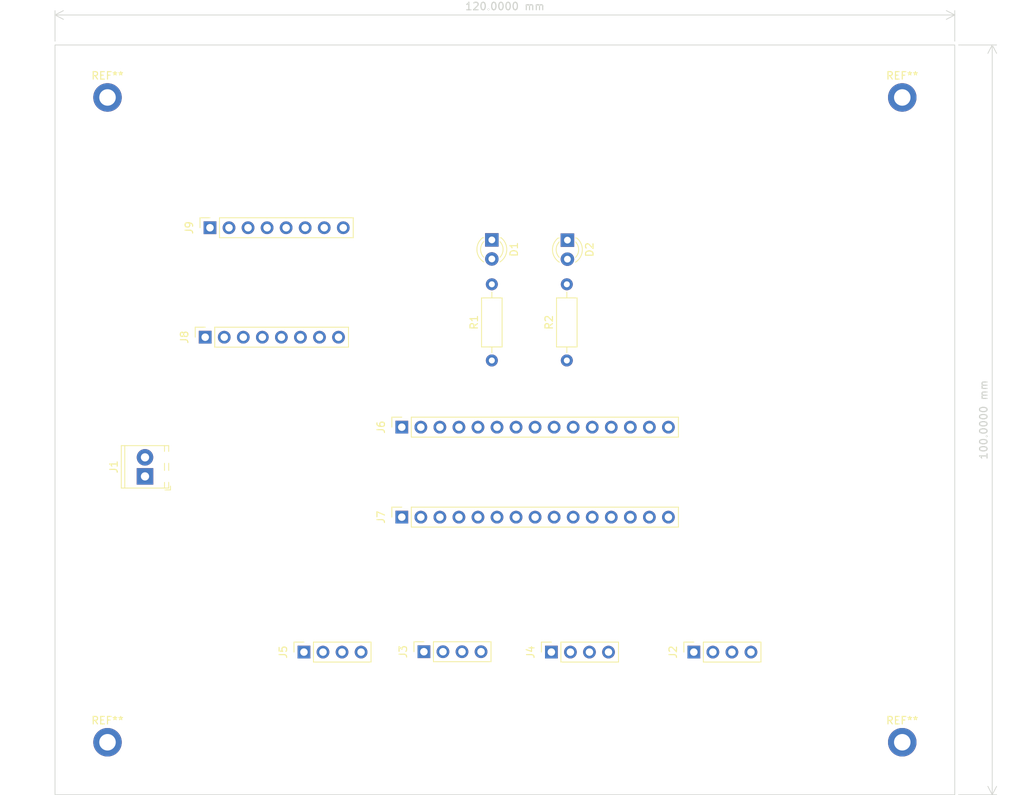
<source format=kicad_pcb>
(kicad_pcb (version 20211014) (generator pcbnew)
  (layers (0 "F.Cu" signal) (31 "B.Cu" signal) (34 "B.Paste" user) (35 "F.Paste" user) (36 "B.SilkS" user "B.Silkscreen") (37 "F.SilkS" user "F.Silkscreen") (38 "B.Mask" user) (39 "F.Mask" user) (44 "Edge.Cuts" user))
  (net 0 "")
  (net 1 "GND")
  (net 2 "Net-(D1-Pad2)")
  (net 3 "Net-(D2-Pad2)")
  (net 4 "+3.3V")
  (net 6 "Net-(J2-Pad4)")
  (net 8 "Net-(J3-Pad4)")
  (net 9 "Net-(J4-Pad3)")
  (net 11 "/SCL")
  (net 12 "/SDA")
  (net 14 "/N_RST")
  (net 15 "+5V")
  (net 25 "/M_TX")
  (net 26 "/M_RX")
  (net 27 "/PU")
  (net 28 "Net-(J7-Pad10)")
  (footprint "Connector_PinSocket_2.54mm:PinSocket_1x04_P2.54mm_Vertical" (layer "F.Cu") (at 133.2 130.975 90)
    (fp_text reference "J5" (at 0 -2.77 90) (layer "F.SilkS"))
    (fp_text value "Conn_01x04")
    (fp_line (start -1.33 8.95) (end 1.33 8.95) (layer "F.SilkS") (width 0.12))
    (fp_line (start 1.33 1.27) (end 1.33 8.95) (layer "F.SilkS") (width 0.12))
    (fp_line (start 0 -1.33) (end 1.33 -1.33) (layer "F.SilkS") (width 0.12))
    (fp_line (start -1.33 1.27) (end -1.33 8.95) (layer "F.SilkS") (width 0.12))
    (fp_line (start -1.33 1.27) (end 1.33 1.27) (layer "F.SilkS") (width 0.12))
    (fp_line (start 1.33 -1.33) (end 1.33 0) (layer "F.SilkS") (width 0.12))
    (pad "1" thru_hole rect (at 0 0 90) (size 1.7 1.7) (drill 1) (layers *.Cu *.Mask) (net 4 "+3.3V"))
    (pad "2" thru_hole oval (at 0 2.54 90) (size 1.7 1.7) (drill 1) (layers *.Cu *.Mask) (net 1 "GND"))
    (pad "3" thru_hole oval (at 0 5.08 90) (size 1.7 1.7) (drill 1) (layers *.Cu *.Mask) (net 11 "/SCL"))
    (pad "4" thru_hole oval (at 0 7.62 90) (size 1.7 1.7) (drill 1) (layers *.Cu *.Mask) (net 12 "/SDA"))
  )
  (footprint "Connector_PinSocket_2.54mm:PinSocket_1x08_P2.54mm_Vertical" (layer "F.Cu") (at 120.03 88.975 90)
    (fp_text reference "J8" (at 0 -2.77 90) (layer "F.SilkS"))
    (fp_text value "Conn_01x08")
    (fp_line (start 1.33 1.27) (end 1.33 19.11) (layer "F.SilkS") (width 0.12))
    (fp_line (start -1.33 1.27) (end -1.33 19.11) (layer "F.SilkS") (width 0.12))
    (fp_line (start 0 -1.33) (end 1.33 -1.33) (layer "F.SilkS") (width 0.12))
    (fp_line (start -1.33 1.27) (end 1.33 1.27) (layer "F.SilkS") (width 0.12))
    (fp_line (start 1.33 -1.33) (end 1.33 0) (layer "F.SilkS") (width 0.12))
    (fp_line (start -1.33 19.11) (end 1.33 19.11) (layer "F.SilkS") (width 0.12))
    (pad "1" thru_hole rect (at 0 0 90) (size 1.7 1.7) (drill 1) (layers *.Cu *.Mask))
    (pad "2" thru_hole oval (at 0 2.54 90) (size 1.7 1.7) (drill 1) (layers *.Cu *.Mask) (net 27 "/PU"))
    (pad "3" thru_hole oval (at 0 5.08 90) (size 1.7 1.7) (drill 1) (layers *.Cu *.Mask))
    (pad "4" thru_hole oval (at 0 7.62 90) (size 1.7 1.7) (drill 1) (layers *.Cu *.Mask))
    (pad "5" thru_hole oval (at 0 10.16 90) (size 1.7 1.7) (drill 1) (layers *.Cu *.Mask))
    (pad "6" thru_hole oval (at 0 12.7 90) (size 1.7 1.7) (drill 1) (layers *.Cu *.Mask))
    (pad "7" thru_hole oval (at 0 15.24 90) (size 1.7 1.7) (drill 1) (layers *.Cu *.Mask) (net 4 "+3.3V"))
    (pad "8" thru_hole oval (at 0 17.78 90) (size 1.7 1.7) (drill 1) (layers *.Cu *.Mask) (net 1 "GND"))
  )
  (footprint "TerminalBlock_Phoenix:TerminalBlock_Phoenix_MPT-0,5-2-2.54_1x02_P2.54mm_Horizontal" (layer "F.Cu") (at 112 107.54 90)
    (fp_text reference "J1" (at 1.27 -4.16 90) (layer "F.SilkS"))
    (fp_text value "Screw_Terminal_01x02")
    (fp_line (start -1.56 -2.7) (end 4.1 -2.7) (layer "F.SilkS") (width 0.12))
    (fp_line (start -1.56 -3.16) (end -1.56 3.16) (layer "F.SilkS") (width 0.12))
    (fp_line (start -1.8 3.4) (end -1.3 3.4) (layer "F.SilkS") (width 0.12))
    (fp_line (start 3.33 2.6) (end 4.1 2.6) (layer "F.SilkS") (width 0.12))
    (fp_line (start -1.56 2.6) (end -0.79 2.6) (layer "F.SilkS") (width 0.12))
    (fp_line (start -1.8 2.66) (end -1.8 3.4) (layer "F.SilkS") (width 0.12))
    (fp_line (start 4.1 -3.16) (end 4.1 3.16) (layer "F.SilkS") (width 0.12))
    (fp_line (start -1.56 -3.16) (end 4.1 -3.16) (layer "F.SilkS") (width 0.12))
    (fp_line (start 0.79 3.16) (end 1.75 3.16) (layer "F.SilkS") (width 0.12))
    (fp_line (start 3.33 3.16) (end 4.1 3.16) (layer "F.SilkS") (width 0.12))
    (fp_line (start 0.79 2.6) (end 1.75 2.6) (layer "F.SilkS") (width 0.12))
    (fp_line (start -1.56 3.16) (end -0.79 3.16) (layer "F.SilkS") (width 0.12))
    (pad "" np_thru_hole circle (at 2.54 2.54 90) (size 1.1 1.1) (drill 1.1) (layers *.Cu *.Mask))
    (pad "" np_thru_hole circle (at 0 2.54 90) (size 1.1 1.1) (drill 1.1) (layers *.Cu *.Mask))
    (pad "1" thru_hole rect (at 0 0 90) (size 2.2 2.2) (drill 1.1) (layers *.Cu *.Mask) (net 4 "+3.3V"))
    (pad "2" thru_hole circle (at 2.54 0 90) (size 2.2 2.2) (drill 1.1) (layers *.Cu *.Mask) (net 1 "GND"))
  )
  (footprint "LED_THT:LED_D3.0mm" (layer "F.Cu") (at 168.34 76.03 -90)
    (fp_text reference "D2" (at 1.27 -2.96 90) (layer "F.SilkS"))
    (fp_text value "LED")
    (fp_line (start -0.29 -1.236) (end -0.29 -1.08) (layer "F.SilkS") (width 0.12))
    (fp_line (start -0.29 1.08) (end -0.29 1.236) (layer "F.SilkS") (width 0.12))
    (fp_arc (start -0.29 -1.235516) (mid 1.366487 -1.987659) (end 2.942335 -1.078608) (layer "F.SilkS") (width 0.12))
    (fp_arc (start 2.31113 1.079837) (mid 1.270117 1.5) (end 0.229039 1.08) (layer "F.SilkS") (width 0.12))
    (fp_arc (start 0.229039 -1.08) (mid 1.270117 -1.5) (end 2.31113 -1.079837) (layer "F.SilkS") (width 0.12))
    (fp_arc (start 2.942335 1.078608) (mid 1.366487 1.987659) (end -0.29 1.235516) (layer "F.SilkS") (width 0.12))
    (pad "1" thru_hole rect (at 0 0 270) (size 1.8 1.8) (drill 0.9) (layers *.Cu *.Mask) (net 1 "GND"))
    (pad "2" thru_hole circle (at 2.54 0 270) (size 1.8 1.8) (drill 0.9) (layers *.Cu *.Mask) (net 3 "Net-(D2-Pad2)"))
  )
  (footprint "Connector_PinSocket_2.54mm:PinSocket_1x15_P2.54mm_Vertical" (layer "F.Cu") (at 146.25 112.975 90)
    (fp_text reference "J7" (at 0 -2.77 90) (layer "F.SilkS"))
    (fp_text value "Conn_01x15")
    (fp_line (start 1.33 1.27) (end 1.33 36.89) (layer "F.SilkS") (width 0.12))
    (fp_line (start -1.33 36.89) (end 1.33 36.89) (layer "F.SilkS") (width 0.12))
    (fp_line (start 0 -1.33) (end 1.33 -1.33) (layer "F.SilkS") (width 0.12))
    (fp_line (start -1.33 1.27) (end 1.33 1.27) (layer "F.SilkS") (width 0.12))
    (fp_line (start 1.33 -1.33) (end 1.33 0) (layer "F.SilkS") (width 0.12))
    (fp_line (start -1.33 1.27) (end -1.33 36.89) (layer "F.SilkS") (width 0.12))
    (pad "1" thru_hole rect (at 0 0 90) (size 1.7 1.7) (drill 1) (layers *.Cu *.Mask) (net 11 "/SCL"))
    (pad "2" thru_hole oval (at 0 2.54 90) (size 1.7 1.7) (drill 1) (layers *.Cu *.Mask) (net 12 "/SDA"))
    (pad "3" thru_hole oval (at 0 5.08 90) (size 1.7 1.7) (drill 1) (layers *.Cu *.Mask) (net 14 "/N_RST"))
    (pad "4" thru_hole oval (at 0 7.62 90) (size 1.7 1.7) (drill 1) (layers *.Cu *.Mask) (net 1 "GND"))
    (pad "5" thru_hole oval (at 0 10.16 90) (size 1.7 1.7) (drill 1) (layers *.Cu *.Mask))
    (pad "6" thru_hole oval (at 0 12.7 90) (size 1.7 1.7) (drill 1) (layers *.Cu *.Mask))
    (pad "7" thru_hole oval (at 0 15.24 90) (size 1.7 1.7) (drill 1) (layers *.Cu *.Mask) (net 25 "/M_TX"))
    (pad "8" thru_hole oval (at 0 17.78 90) (size 1.7 1.7) (drill 1) (layers *.Cu *.Mask) (net 26 "/M_RX"))
    (pad "9" thru_hole oval (at 0 20.32 90) (size 1.7 1.7) (drill 1) (layers *.Cu *.Mask) (net 27 "/PU"))
    (pad "10" thru_hole oval (at 0 22.86 90) (size 1.7 1.7) (drill 1) (layers *.Cu *.Mask) (net 28 "Net-(J7-Pad10)"))
    (pad "11" thru_hole oval (at 0 25.4 90) (size 1.7 1.7) (drill 1) (layers *.Cu *.Mask))
    (pad "12" thru_hole oval (at 0 27.94 90) (size 1.7 1.7) (drill 1) (layers *.Cu *.Mask))
    (pad "13" thru_hole oval (at 0 30.48 90) (size 1.7 1.7) (drill 1) (layers *.Cu *.Mask))
    (pad "14" thru_hole oval (at 0 33.02 90) (size 1.7 1.7) (drill 1) (layers *.Cu *.Mask))
    (pad "15" thru_hole oval (at 0 35.56 90) (size 1.7 1.7) (drill 1) (layers *.Cu *.Mask))
  )
  (footprint "LED_THT:LED_D3.0mm" (layer "F.Cu") (at 158.26 76 -90)
    (fp_text reference "D1" (at 1.27 -2.96 90) (layer "F.SilkS"))
    (fp_text value "LED")
    (fp_line (start -0.29 -1.236) (end -0.29 -1.08) (layer "F.SilkS") (width 0.12))
    (fp_line (start -0.29 1.08) (end -0.29 1.236) (layer "F.SilkS") (width 0.12))
    (fp_arc (start 2.942335 1.078608) (mid 1.366487 1.987659) (end -0.29 1.235516) (layer "F.SilkS") (width 0.12))
    (fp_arc (start 2.31113 1.079837) (mid 1.270117 1.5) (end 0.229039 1.08) (layer "F.SilkS") (width 0.12))
    (fp_arc (start -0.29 -1.235516) (mid 1.366487 -1.987659) (end 2.942335 -1.078608) (layer "F.SilkS") (width 0.12))
    (fp_arc (start 0.229039 -1.08) (mid 1.270117 -1.5) (end 2.31113 -1.079837) (layer "F.SilkS") (width 0.12))
    (pad "1" thru_hole rect (at 0 0 270) (size 1.8 1.8) (drill 0.9) (layers *.Cu *.Mask) (net 1 "GND"))
    (pad "2" thru_hole circle (at 2.54 0 270) (size 1.8 1.8) (drill 0.9) (layers *.Cu *.Mask) (net 2 "Net-(D1-Pad2)"))
  )
  (footprint "MountingHole:MountingHole_2.2mm_M2_DIN965_Pad" (layer "F.Cu") (at 213 143)
    (fp_text reference "REF**" (at 0 -2.9) (layer "F.SilkS"))
    (fp_text value "MountingHole_2.2mm_M2_DIN965_Pad")
    (pad "1" thru_hole circle (at 0 0) (size 3.8 3.8) (drill 2.2) (layers *.Cu *.Mask))
  )
  (footprint "MountingHole:MountingHole_2.2mm_M2_DIN965_Pad" (layer "F.Cu") (at 107 57)
    (fp_text reference "REF**" (at 0 -2.9) (layer "F.SilkS"))
    (fp_text value "MountingHole_2.2mm_M2_DIN965_Pad")
    (pad "1" thru_hole circle (at 0 0) (size 3.8 3.8) (drill 2.2) (layers *.Cu *.Mask))
  )
  (footprint "Connector_PinSocket_2.54mm:PinSocket_1x04_P2.54mm_Vertical" (layer "F.Cu") (at 149.2 130.925 90)
    (fp_text reference "J3" (at 0 -2.77 90) (layer "F.SilkS"))
    (fp_text value "Conn_01x04")
    (fp_line (start -1.33 1.27) (end -1.33 8.95) (layer "F.SilkS") (width 0.12))
    (fp_line (start -1.33 8.95) (end 1.33 8.95) (layer "F.SilkS") (width 0.12))
    (fp_line (start -1.33 1.27) (end 1.33 1.27) (layer "F.SilkS") (width 0.12))
    (fp_line (start 1.33 -1.33) (end 1.33 0) (layer "F.SilkS") (width 0.12))
    (fp_line (start 1.33 1.27) (end 1.33 8.95) (layer "F.SilkS") (width 0.12))
    (fp_line (start 0 -1.33) (end 1.33 -1.33) (layer "F.SilkS") (width 0.12))
    (pad "1" thru_hole rect (at 0 0 90) (size 1.7 1.7) (drill 1) (layers *.Cu *.Mask) (net 4 "+3.3V"))
    (pad "2" thru_hole oval (at 0 2.54 90) (size 1.7 1.7) (drill 1) (layers *.Cu *.Mask) (net 1 "GND"))
    (pad "3" thru_hole oval (at 0 5.08 90) (size 1.7 1.7) (drill 1) (layers *.Cu *.Mask))
    (pad "4" thru_hole oval (at 0 7.62 90) (size 1.7 1.7) (drill 1) (layers *.Cu *.Mask) (net 8 "Net-(J3-Pad4)"))
  )
  (footprint "Resistor_THT:R_Axial_DIN0207_L6.3mm_D2.5mm_P10.16mm_Horizontal" (layer "F.Cu") (at 168.26 92.08 90)
    (fp_text reference "R2" (at 5.08 -2.37 90) (layer "F.SilkS"))
    (fp_text value "R")
    (fp_line (start 1.81 1.37) (end 8.35 1.37) (layer "F.SilkS") (width 0.12))
    (fp_line (start 1.81 -1.37) (end 1.81 1.37) (layer "F.SilkS") (width 0.12))
    (fp_line (start 8.35 -1.37) (end 1.81 -1.37) (layer "F.SilkS") (width 0.12))
    (fp_line (start 9.12 0) (end 8.35 0) (layer "F.SilkS") (width 0.12))
    (fp_line (start 1.04 0) (end 1.81 0) (layer "F.SilkS") (width 0.12))
    (fp_line (start 8.35 1.37) (end 8.35 -1.37) (layer "F.SilkS") (width 0.12))
    (pad "1" thru_hole circle (at 0 0 90) (size 1.6 1.6) (drill 0.8) (layers *.Cu *.Mask) (net 4 "+3.3V"))
    (pad "2" thru_hole oval (at 10.16 0 90) (size 1.6 1.6) (drill 0.8) (layers *.Cu *.Mask) (net 3 "Net-(D2-Pad2)"))
  )
  (footprint "Resistor_THT:R_Axial_DIN0207_L6.3mm_D2.5mm_P10.16mm_Horizontal" (layer "F.Cu") (at 158.26 92.08 90)
    (fp_text reference "R1" (at 5.08 -2.37 90) (layer "F.SilkS"))
    (fp_text value "R")
    (fp_line (start 8.35 -1.37) (end 1.81 -1.37) (layer "F.SilkS") (width 0.12))
    (fp_line (start 1.81 -1.37) (end 1.81 1.37) (layer "F.SilkS") (width 0.12))
    (fp_line (start 1.04 0) (end 1.81 0) (layer "F.SilkS") (width 0.12))
    (fp_line (start 1.81 1.37) (end 8.35 1.37) (layer "F.SilkS") (width 0.12))
    (fp_line (start 9.12 0) (end 8.35 0) (layer "F.SilkS") (width 0.12))
    (fp_line (start 8.35 1.37) (end 8.35 -1.37) (layer "F.SilkS") (width 0.12))
    (pad "1" thru_hole circle (at 0 0 90) (size 1.6 1.6) (drill 0.8) (layers *.Cu *.Mask) (net 28 "Net-(J7-Pad10)"))
    (pad "2" thru_hole oval (at 10.16 0 90) (size 1.6 1.6) (drill 0.8) (layers *.Cu *.Mask) (net 2 "Net-(D1-Pad2)"))
  )
  (footprint "Connector_PinSocket_2.54mm:PinSocket_1x08_P2.54mm_Vertical" (layer "F.Cu") (at 120.665 74.375 90)
    (fp_text reference "J9" (at 0 -2.77 90) (layer "F.SilkS"))
    (fp_text value "Conn_01x08")
    (fp_line (start 1.33 -1.33) (end 1.33 0) (layer "F.SilkS") (width 0.12))
    (fp_line (start -1.33 1.27) (end -1.33 19.11) (layer "F.SilkS") (width 0.12))
    (fp_line (start 0 -1.33) (end 1.33 -1.33) (layer "F.SilkS") (width 0.12))
    (fp_line (start -1.33 19.11) (end 1.33 19.11) (layer "F.SilkS") (width 0.12))
    (fp_line (start -1.33 1.27) (end 1.33 1.27) (layer "F.SilkS") (width 0.12))
    (fp_line (start 1.33 1.27) (end 1.33 19.11) (layer "F.SilkS") (width 0.12))
    (pad "1" thru_hole rect (at 0 0 90) (size 1.7 1.7) (drill 1) (layers *.Cu *.Mask))
    (pad "2" thru_hole oval (at 0 2.54 90) (size 1.7 1.7) (drill 1) (layers *.Cu *.Mask))
    (pad "3" thru_hole oval (at 0 5.08 90) (size 1.7 1.7) (drill 1) (layers *.Cu *.Mask) (net 25 "/M_TX"))
    (pad "4" thru_hole oval (at 0 7.62 90) (size 1.7 1.7) (drill 1) (layers *.Cu *.Mask) (net 26 "/M_RX"))
    (pad "5" thru_hole oval (at 0 10.16 90) (size 1.7 1.7) (drill 1) (layers *.Cu *.Mask))
    (pad "6" thru_hole oval (at 0 12.7 90) (size 1.7 1.7) (drill 1) (layers *.Cu *.Mask))
    (pad "7" thru_hole oval (at 0 15.24 90) (size 1.7 1.7) (drill 1) (layers *.Cu *.Mask) (net 15 "+5V"))
    (pad "8" thru_hole oval (at 0 17.78 90) (size 1.7 1.7) (drill 1) (layers *.Cu *.Mask) (net 1 "GND"))
  )
  (footprint "Connector_PinSocket_2.54mm:PinSocket_1x04_P2.54mm_Vertical" (layer "F.Cu") (at 185.2 130.975 90)
    (fp_text reference "J2" (at 0 -2.77 90) (layer "F.SilkS"))
    (fp_text value "Conn_01x04")
    (fp_line (start 1.33 1.27) (end 1.33 8.95) (layer "F.SilkS") (width 0.12))
    (fp_line (start 0 -1.33) (end 1.33 -1.33) (layer "F.SilkS") (width 0.12))
    (fp_line (start -1.33 8.95) (end 1.33 8.95) (layer "F.SilkS") (width 0.12))
    (fp_line (start 1.33 -1.33) (end 1.33 0) (layer "F.SilkS") (width 0.12))
    (fp_line (start -1.33 1.27) (end 1.33 1.27) (layer "F.SilkS") (width 0.12))
    (fp_line (start -1.33 1.27) (end -1.33 8.95) (layer "F.SilkS") (width 0.12))
    (pad "1" thru_hole rect (at 0 0 90) (size 1.7 1.7) (drill 1) (layers *.Cu *.Mask) (net 4 "+3.3V"))
    (pad "2" thru_hole oval (at 0 2.54 90) (size 1.7 1.7) (drill 1) (layers *.Cu *.Mask) (net 1 "GND"))
    (pad "3" thru_hole oval (at 0 5.08 90) (size 1.7 1.7) (drill 1) (layers *.Cu *.Mask))
    (pad "4" thru_hole oval (at 0 7.62 90) (size 1.7 1.7) (drill 1) (layers *.Cu *.Mask) (net 6 "Net-(J2-Pad4)"))
  )
  (footprint "MountingHole:MountingHole_2.2mm_M2_DIN965_Pad" (layer "F.Cu") (at 213 57)
    (fp_text reference "REF**" (at 0 -2.9) (layer "F.SilkS"))
    (fp_text value "MountingHole_2.2mm_M2_DIN965_Pad")
    (pad "1" thru_hole circle (at 0 0) (size 3.8 3.8) (drill 2.2) (layers *.Cu *.Mask))
  )
  (footprint "Connector_PinSocket_2.54mm:PinSocket_1x04_P2.54mm_Vertical" (layer "F.Cu") (at 166.2 130.975 90)
    (fp_text reference "J4" (at 0 -2.77 90) (layer "F.SilkS"))
    (fp_text value "Conn_01x04")
    (fp_line (start 0 -1.33) (end 1.33 -1.33) (layer "F.SilkS") (width 0.12))
    (fp_line (start -1.33 1.27) (end -1.33 8.95) (layer "F.SilkS") (width 0.12))
    (fp_line (start -1.33 8.95) (end 1.33 8.95) (layer "F.SilkS") (width 0.12))
    (fp_line (start -1.33 1.27) (end 1.33 1.27) (layer "F.SilkS") (width 0.12))
    (fp_line (start 1.33 -1.33) (end 1.33 0) (layer "F.SilkS") (width 0.12))
    (fp_line (start 1.33 1.27) (end 1.33 8.95) (layer "F.SilkS") (width 0.12))
    (pad "1" thru_hole rect (at 0 0 90) (size 1.7 1.7) (drill 1) (layers *.Cu *.Mask) (net 4 "+3.3V"))
    (pad "2" thru_hole oval (at 0 2.54 90) (size 1.7 1.7) (drill 1) (layers *.Cu *.Mask) (net 1 "GND"))
    (pad "3" thru_hole oval (at 0 5.08 90) (size 1.7 1.7) (drill 1) (layers *.Cu *.Mask) (net 9 "Net-(J4-Pad3)"))
    (pad "4" thru_hole oval (at 0 7.62 90) (size 1.7 1.7) (drill 1) (layers *.Cu *.Mask))
  )
  (footprint "MountingHole:MountingHole_2.2mm_M2_DIN965_Pad" (layer "F.Cu") (at 107 143)
    (fp_text reference "REF**" (at 0 -2.9) (layer "F.SilkS"))
    (fp_text value "MountingHole_2.2mm_M2_DIN965_Pad")
    (pad "1" thru_hole circle (at 0 0) (size 3.8 3.8) (drill 2.2) (layers *.Cu *.Mask))
  )
  (footprint "Connector_PinSocket_2.54mm:PinSocket_1x15_P2.54mm_Vertical" (layer "F.Cu") (at 146.25 100.975 90)
    (fp_text reference "J6" (at 0 -2.77 90) (layer "F.SilkS"))
    (fp_text value "Conn_01x15")
    (fp_line (start 1.33 -1.33) (end 1.33 0) (layer "F.SilkS") (width 0.12))
    (fp_line (start -1.33 36.89) (end 1.33 36.89) (layer "F.SilkS") (width 0.12))
    (fp_line (start -1.33 1.27) (end 1.33 1.27) (layer "F.SilkS") (width 0.12))
    (fp_line (start -1.33 1.27) (end -1.33 36.89) (layer "F.SilkS") (width 0.12))
    (fp_line (start 0 -1.33) (end 1.33 -1.33) (layer "F.SilkS") (width 0.12))
    (fp_line (start 1.33 1.27) (end 1.33 36.89) (layer "F.SilkS") (width 0.12))
    (pad "1" thru_hole rect (at 0 0 90) (size 1.7 1.7) (drill 1) (layers *.Cu *.Mask))
    (pad "2" thru_hole oval (at 0 2.54 90) (size 1.7 1.7) (drill 1) (layers *.Cu *.Mask) (net 1 "GND"))
    (pad "3" thru_hole oval (at 0 5.08 90) (size 1.7 1.7) (drill 1) (layers *.Cu *.Mask) (net 14 "/N_RST"))
    (pad "4" thru_hole oval (at 0 7.62 90) (size 1.7 1.7) (drill 1) (layers *.Cu *.Mask) (net 15 "+5V"))
    (pad "5" thru_hole oval (at 0 10.16 90) (size 1.7 1.7) (drill 1) (layers *.Cu *.Mask))
    (pad "6" thru_hole oval (at 0 12.7 90) (size 1.7 1.7) (drill 1) (layers *.Cu *.Mask) (net 6 "Net-(J2-Pad4)"))
    (pad "7" thru_hole oval (at 0 15.24 90) (size 1.7 1.7) (drill 1) (layers *.Cu *.Mask) (net 8 "Net-(J3-Pad4)"))
    (pad "8" thru_hole oval (at 0 17.78 90) (size 1.7 1.7) (drill 1) (layers *.Cu *.Mask) (net 9 "Net-(J4-Pad3)"))
    (pad "9" thru_hole oval (at 0 20.32 90) (size 1.7 1.7) (drill 1) (layers *.Cu *.Mask))
    (pad "10" thru_hole oval (at 0 22.86 90) (size 1.7 1.7) (drill 1) (layers *.Cu *.Mask))
    (pad "11" thru_hole oval (at 0 25.4 90) (size 1.7 1.7) (drill 1) (layers *.Cu *.Mask))
    (pad "12" thru_hole oval (at 0 27.94 90) (size 1.7 1.7) (drill 1) (layers *.Cu *.Mask))
    (pad "13" thru_hole oval (at 0 30.48 90) (size 1.7 1.7) (drill 1) (layers *.Cu *.Mask))
    (pad "14" thru_hole oval (at 0 33.02 90) (size 1.7 1.7) (drill 1) (layers *.Cu *.Mask) (net 4 "+3.3V"))
    (pad "15" thru_hole oval (at 0 35.56 90) (size 1.7 1.7) (drill 1) (layers *.Cu *.Mask))
  )
  (gr_rect (start 100 50) (end 220 150) (layer "Edge.Cuts") (width 0.1) (fill none))
  (dimension (type aligned) (layer "Edge.Cuts") (pts (xy 100 50) (xy 220 50)) (height -4) (gr_text "120.0000 mm" (at 160 44.85) (layer "Edge.Cuts") (effects (font (size 1 1) (thickness 0.15)))) (format (units 3) (units_format 1) (precision 4)) (style (thickness 0.1) (arrow_length 1.27) (text_position_mode 0) (extension_height 0.58642) (extension_offset 0.5) keep_text_aligned))
  (dimension (type aligned) (layer "Edge.Cuts") (pts (xy 220 50) (xy 220 150)) (height -5) (gr_text "100.0000 mm" (at 223.85 100 90) (layer "Edge.Cuts") (effects (font (size 1 1) (thickness 0.15)))) (format (units 3) (units_format 1) (precision 4)) (style (thickness 0.1) (arrow_length 1.27) (text_position_mode 0) (extension_height 0.58642) (extension_offset 0.5) keep_text_aligned))
)
</source>
